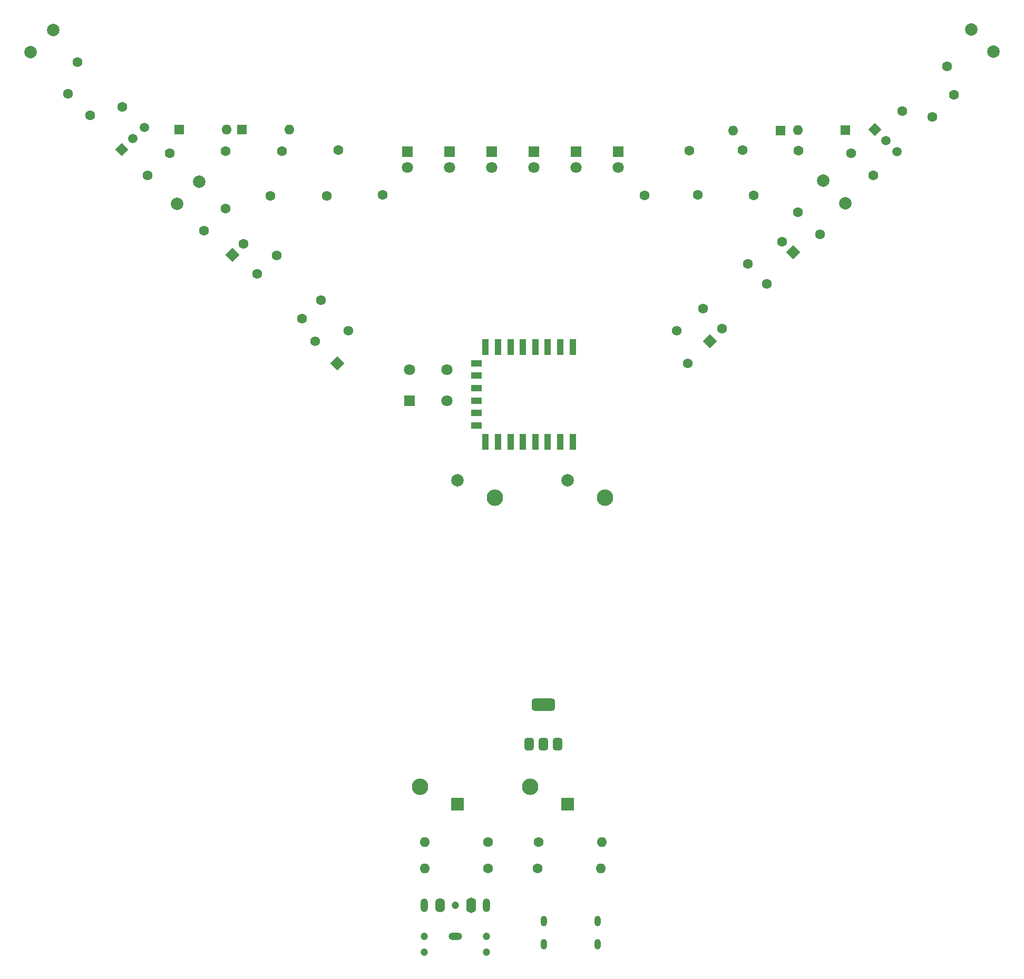
<source format=gbr>
%TF.GenerationSoftware,KiCad,Pcbnew,8.0.5*%
%TF.CreationDate,2025-01-18T17:06:11+08:00*%
%TF.ProjectId,cheap2,63686561-7032-42e6-9b69-6361645f7063,rev?*%
%TF.SameCoordinates,Original*%
%TF.FileFunction,Soldermask,Bot*%
%TF.FilePolarity,Negative*%
%FSLAX46Y46*%
G04 Gerber Fmt 4.6, Leading zero omitted, Abs format (unit mm)*
G04 Created by KiCad (PCBNEW 8.0.5) date 2025-01-18 17:06:11*
%MOMM*%
%LPD*%
G01*
G04 APERTURE LIST*
G04 Aperture macros list*
%AMRoundRect*
0 Rectangle with rounded corners*
0 $1 Rounding radius*
0 $2 $3 $4 $5 $6 $7 $8 $9 X,Y pos of 4 corners*
0 Add a 4 corners polygon primitive as box body*
4,1,4,$2,$3,$4,$5,$6,$7,$8,$9,$2,$3,0*
0 Add four circle primitives for the rounded corners*
1,1,$1+$1,$2,$3*
1,1,$1+$1,$4,$5*
1,1,$1+$1,$6,$7*
1,1,$1+$1,$8,$9*
0 Add four rect primitives between the rounded corners*
20,1,$1+$1,$2,$3,$4,$5,0*
20,1,$1+$1,$4,$5,$6,$7,0*
20,1,$1+$1,$6,$7,$8,$9,0*
20,1,$1+$1,$8,$9,$2,$3,0*%
%AMHorizOval*
0 Thick line with rounded ends*
0 $1 width*
0 $2 $3 position (X,Y) of the first rounded end (center of the circle)*
0 $4 $5 position (X,Y) of the second rounded end (center of the circle)*
0 Add line between two ends*
20,1,$1,$2,$3,$4,$5,0*
0 Add two circle primitives to create the rounded ends*
1,1,$1,$2,$3*
1,1,$1,$4,$5*%
%AMRotRect*
0 Rectangle, with rotation*
0 The origin of the aperture is its center*
0 $1 length*
0 $2 width*
0 $3 Rotation angle, in degrees counterclockwise*
0 Add horizontal line*
21,1,$1,$2,0,0,$3*%
G04 Aperture macros list end*
%ADD10O,1.000000X1.700000*%
%ADD11C,1.600000*%
%ADD12R,1.600000X1.600000*%
%ADD13O,1.600000X1.600000*%
%ADD14C,2.640000*%
%ADD15R,2.000000X2.000000*%
%ADD16C,2.000000*%
%ADD17HorizOval,1.600000X0.000000X0.000000X0.000000X0.000000X0*%
%ADD18HorizOval,1.600000X0.000000X0.000000X0.000000X0.000000X0*%
%ADD19R,1.800000X1.800000*%
%ADD20C,1.800000*%
%ADD21HorizOval,1.600000X0.000000X0.000000X0.000000X0.000000X0*%
%ADD22RotRect,1.600000X1.600000X135.000000*%
%ADD23RotRect,1.560000X1.560000X135.000000*%
%ADD24C,1.560000*%
%ADD25C,1.500000*%
%ADD26RotRect,1.500000X1.500000X45.000000*%
%ADD27HorizOval,1.600000X0.000000X0.000000X0.000000X0.000000X0*%
%ADD28RotRect,1.560000X1.560000X225.000000*%
%ADD29RotRect,1.600000X1.600000X45.000000*%
%ADD30O,1.600000X2.500000*%
%ADD31O,1.200000X2.200000*%
%ADD32O,2.200000X1.200000*%
%ADD33O,1.600000X2.300000*%
%ADD34C,1.200000*%
%ADD35RotRect,1.500000X1.500000X315.000000*%
%ADD36RoundRect,0.375000X0.375000X-0.625000X0.375000X0.625000X-0.375000X0.625000X-0.375000X-0.625000X0*%
%ADD37RoundRect,0.500000X1.400000X-0.500000X1.400000X0.500000X-1.400000X0.500000X-1.400000X-0.500000X0*%
%ADD38R,1.000000X2.500000*%
%ADD39R,1.800000X1.000000*%
G04 APERTURE END LIST*
D10*
%TO.C,J4*%
X112450225Y-177450000D03*
X112450225Y-181250000D03*
X121090225Y-177450000D03*
X121090225Y-181250000D03*
%TD*%
D11*
%TO.C,C4*%
X57832233Y-66467767D03*
X61367767Y-62932233D03*
%TD*%
D12*
%TO.C,D3*%
X160900000Y-50300000D03*
D13*
X153280000Y-50300000D03*
%TD*%
D14*
%TO.C,Battery2*%
X110270225Y-155900000D03*
X122260225Y-109420000D03*
D15*
X116265225Y-158650000D03*
D16*
X116265225Y-106660000D03*
%TD*%
D11*
%TO.C,R15*%
X144392103Y-53557898D03*
D17*
X137207898Y-60742103D03*
%TD*%
D11*
%TO.C,R16*%
X153342103Y-53600000D03*
D17*
X146157898Y-60784205D03*
%TD*%
D11*
%TO.C,R12*%
X70361846Y-53715795D03*
D18*
X77546051Y-60900000D03*
%TD*%
D19*
%TO.C,D6*%
X97303673Y-53760000D03*
D20*
X97303673Y-56300000D03*
%TD*%
D12*
%TO.C,D2*%
X63990001Y-50200000D03*
D13*
X71610001Y-50200000D03*
%TD*%
D11*
%TO.C,R10*%
X111610225Y-164750000D03*
D13*
X121770225Y-164750000D03*
%TD*%
D11*
%TO.C,R13*%
X79415794Y-53515795D03*
D18*
X86599999Y-60700000D03*
%TD*%
D11*
%TO.C,R1*%
X73600000Y-80600000D03*
D21*
X66415795Y-73415795D03*
%TD*%
D11*
%TO.C,R14*%
X135792103Y-53607898D03*
D17*
X128607898Y-60792103D03*
%TD*%
D11*
%TO.C,R4*%
X148250000Y-75050000D03*
D17*
X141065795Y-82234205D03*
%TD*%
D11*
%TO.C,C12*%
X153314466Y-63514466D03*
X156850000Y-67050000D03*
%TD*%
%TO.C,R7*%
X103450225Y-169050000D03*
D13*
X93290225Y-169050000D03*
%TD*%
D22*
%TO.C,C10*%
X152500000Y-70000000D03*
D11*
X150732233Y-68232233D03*
%TD*%
%TO.C,C11*%
X161832233Y-54032233D03*
X165367767Y-57567767D03*
%TD*%
D23*
%TO.C,RV1*%
X79291745Y-87835534D03*
D24*
X81059512Y-82532233D03*
X75756211Y-84300000D03*
%TD*%
D19*
%TO.C,D5*%
X90550000Y-53760000D03*
D20*
X90550000Y-56300000D03*
%TD*%
D25*
%TO.C,Q1*%
X48250609Y-49858508D03*
X46454558Y-51654559D03*
D26*
X44658507Y-53450610D03*
%TD*%
D12*
%TO.C,D4*%
X150500000Y-50400000D03*
D13*
X142880000Y-50400000D03*
%TD*%
D14*
%TO.C,Battery1*%
X92575225Y-155900000D03*
X104565225Y-109420000D03*
D15*
X98570225Y-158650000D03*
D16*
X98570225Y-106660000D03*
%TD*%
D19*
%TO.C,D10*%
X124439775Y-53760000D03*
D20*
X124439775Y-56300000D03*
%TD*%
D11*
%TO.C,R11*%
X61307898Y-53707898D03*
D18*
X68492103Y-60892103D03*
%TD*%
D16*
%TO.C,L4*%
X157303949Y-58453949D03*
X160896051Y-62046051D03*
%TD*%
D11*
%TO.C,R3*%
X138057898Y-78992103D03*
D27*
X145242103Y-71807898D03*
%TD*%
D12*
%TO.C,D1*%
X53890000Y-50200000D03*
D13*
X61510000Y-50200000D03*
%TD*%
D11*
%TO.C,R5*%
X37507898Y-39407898D03*
D18*
X44692103Y-46592103D03*
%TD*%
D11*
%TO.C,C3*%
X52335534Y-54064466D03*
X48800000Y-57600000D03*
%TD*%
D16*
%TO.C,L1*%
X33600000Y-34200000D03*
X30007898Y-37792102D03*
%TD*%
D19*
%TO.C,SW1*%
X90900000Y-93800000D03*
D20*
X90900000Y-88800000D03*
X96900000Y-93800000D03*
X96900000Y-88800000D03*
%TD*%
D16*
%TO.C,L5*%
X184700000Y-37700000D03*
X181107898Y-34107898D03*
%TD*%
D11*
%TO.C,R9*%
X111490225Y-169050000D03*
D13*
X121650225Y-169050000D03*
%TD*%
D11*
%TO.C,R6*%
X177200000Y-40100000D03*
D17*
X170015795Y-47284205D03*
%TD*%
D28*
%TO.C,RV2*%
X139100000Y-84300000D03*
D24*
X133796699Y-82532233D03*
X135564466Y-87835534D03*
%TD*%
D29*
%TO.C,C2*%
X62447856Y-70352144D03*
D11*
X64215623Y-68584377D03*
%TD*%
%TO.C,C1*%
X39567767Y-47967767D03*
X36032233Y-44432233D03*
%TD*%
%TO.C,R8*%
X103450225Y-164750000D03*
D13*
X93290225Y-164750000D03*
%TD*%
D19*
%TO.C,D8*%
X110839775Y-53760000D03*
D20*
X110839775Y-56300000D03*
%TD*%
D30*
%TO.C,J2*%
X100770225Y-174950000D03*
D31*
X103270225Y-174950000D03*
D32*
X98270225Y-179950000D03*
D33*
X95770225Y-174950000D03*
D31*
X93270225Y-174950000D03*
D34*
X103270225Y-182450000D03*
X103270225Y-179950000D03*
X98270225Y-174950000D03*
X93270225Y-182450000D03*
X93270225Y-179950000D03*
%TD*%
D19*
%TO.C,D9*%
X117639775Y-53760000D03*
D20*
X117639775Y-56300000D03*
%TD*%
%TO.C,D7*%
X104057346Y-56300000D03*
D19*
X104057346Y-53760000D03*
%TD*%
D35*
%TO.C,Q2*%
X165607898Y-50207898D03*
D25*
X167403949Y-52003949D03*
X169200000Y-53800000D03*
%TD*%
D11*
%TO.C,R2*%
X69507898Y-70507898D03*
D18*
X76692103Y-77692103D03*
%TD*%
D11*
%TO.C,C8*%
X174832233Y-48167767D03*
X178367767Y-44632233D03*
%TD*%
D16*
%TO.C,L2*%
X53503949Y-62196051D03*
X57096051Y-58603949D03*
%TD*%
D36*
%TO.C,U2*%
X114700000Y-149000000D03*
X112400000Y-148999999D03*
D37*
X112400000Y-142700001D03*
D36*
X110100000Y-149000000D03*
%TD*%
D38*
%TO.C,U1*%
X117100000Y-100400000D03*
X115100000Y-100400000D03*
X113100000Y-100400000D03*
X111100001Y-100400000D03*
X109100000Y-100400000D03*
X107099999Y-100400000D03*
X105100000Y-100400000D03*
X103100000Y-100400000D03*
D39*
X101600001Y-97800000D03*
X101600000Y-95800000D03*
X101600000Y-93800000D03*
X101600000Y-91800000D03*
X101600000Y-89800000D03*
X101600001Y-87800000D03*
D38*
X103100000Y-85200000D03*
X105100000Y-85200000D03*
X107099999Y-85200000D03*
X109100000Y-85200000D03*
X111100001Y-85200000D03*
X113100000Y-85200000D03*
X115100000Y-85200000D03*
X117100000Y-85200000D03*
%TD*%
M02*

</source>
